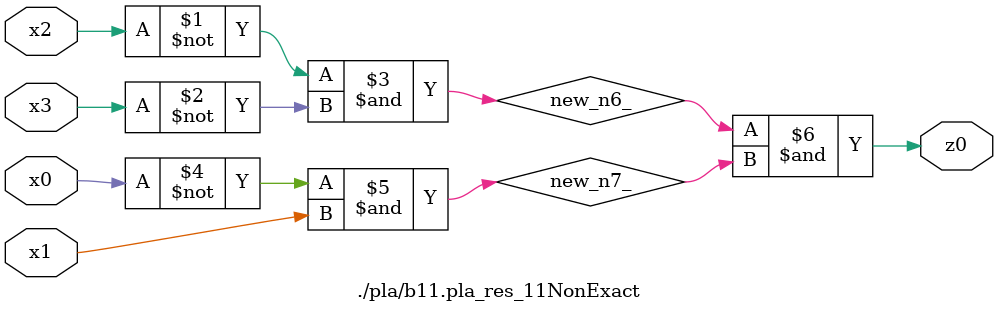
<source format=v>

module \./pla/b11.pla_res_11NonExact  ( 
    x0, x1, x2, x3,
    z0  );
  input  x0, x1, x2, x3;
  output z0;
  wire new_n6_, new_n7_;
  assign new_n6_ = ~x2 & ~x3;
  assign new_n7_ = ~x0 & x1;
  assign z0 = new_n6_ & new_n7_;
endmodule



</source>
